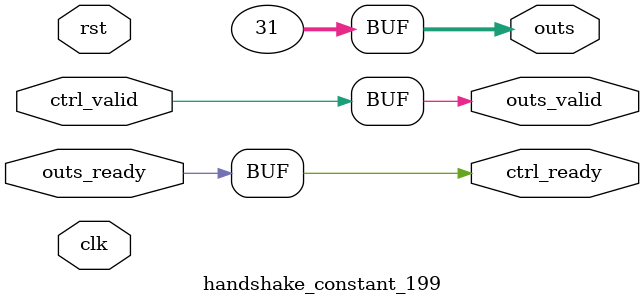
<source format=v>
`timescale 1ns / 1ps
module handshake_constant_199 #(
  parameter DATA_WIDTH = 32  // Default set to 32 bits
) (
  input                       clk,
  input                       rst,
  // Input Channel
  input                       ctrl_valid,
  output                      ctrl_ready,
  // Output Channel
  output [DATA_WIDTH - 1 : 0] outs,
  output                      outs_valid,
  input                       outs_ready
);
  assign outs       = 6'b011111;
  assign outs_valid = ctrl_valid;
  assign ctrl_ready = outs_ready;

endmodule

</source>
